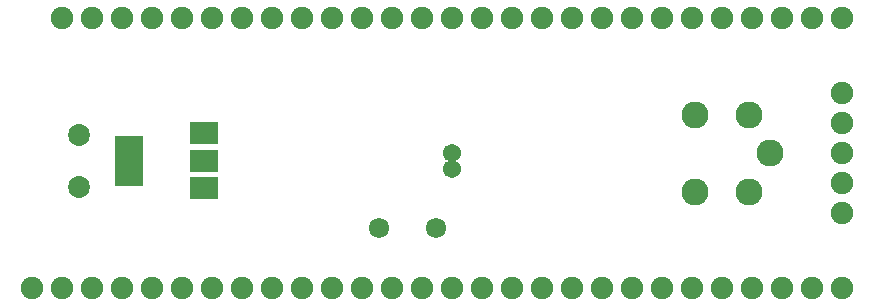
<source format=gbr>
G04 #@! TF.GenerationSoftware,KiCad,Pcbnew,(5.1.2)-2*
G04 #@! TF.CreationDate,2019-10-24T20:02:35-04:00*
G04 #@! TF.ProjectId,T32_ref,5433325f-7265-4662-9e6b-696361645f70,rev?*
G04 #@! TF.SameCoordinates,Original*
G04 #@! TF.FileFunction,Soldermask,Bot*
G04 #@! TF.FilePolarity,Negative*
%FSLAX46Y46*%
G04 Gerber Fmt 4.6, Leading zero omitted, Abs format (unit mm)*
G04 Created by KiCad (PCBNEW (5.1.2)-2) date 2019-10-24 20:02:35*
%MOMM*%
%LPD*%
G04 APERTURE LIST*
%ADD10C,1.720800*%
%ADD11C,1.543000*%
%ADD12C,2.279600*%
%ADD13C,1.857960*%
%ADD14C,1.898600*%
%ADD15R,2.400000X4.200000*%
%ADD16R,2.400000X1.900000*%
G04 APERTURE END LIST*
D10*
X148374100Y-111353600D03*
X143548100Y-111353600D03*
D11*
X149771100Y-106324400D03*
X149771100Y-104952800D03*
D12*
X170370500Y-108254800D03*
X170370500Y-101752400D03*
X174891700Y-108254800D03*
X174891700Y-101752400D03*
X176730660Y-105003600D03*
D13*
X118227100Y-103438960D03*
X118227100Y-107838240D03*
D14*
X116751100Y-93573600D03*
X119291100Y-93573600D03*
X121831100Y-93573600D03*
X124371100Y-93573600D03*
X134531100Y-93573600D03*
X137071100Y-93573600D03*
X139611100Y-93573600D03*
X142151100Y-93573600D03*
X144691100Y-93573600D03*
X147231100Y-93573600D03*
X149771100Y-93573600D03*
X131991100Y-93573600D03*
X152311100Y-93573600D03*
X129451100Y-93573600D03*
X154851100Y-93573600D03*
X126911100Y-93573600D03*
X157391100Y-93573600D03*
X159931100Y-93573600D03*
X159931100Y-116433600D03*
X157391100Y-116433600D03*
X154851100Y-116433600D03*
X152311100Y-116433600D03*
X149771100Y-116433600D03*
X147231100Y-116433600D03*
X144691100Y-116433600D03*
X142151100Y-116433600D03*
X139611100Y-116433600D03*
X137071100Y-116433600D03*
X134531100Y-116433600D03*
X131991100Y-116433600D03*
X129451100Y-116433600D03*
X126911100Y-116433600D03*
X162471100Y-93573600D03*
X165011100Y-93573600D03*
X167551100Y-93573600D03*
X170091100Y-93573600D03*
X172631100Y-93573600D03*
X182791100Y-99923600D03*
X175171100Y-93573600D03*
X182791100Y-102463600D03*
X177711100Y-93573600D03*
X182791100Y-105003600D03*
X177711100Y-116433600D03*
X182791100Y-107543600D03*
X175171100Y-116433600D03*
X182791100Y-110083600D03*
X172631100Y-116433600D03*
X170091100Y-116433600D03*
X167551100Y-116433600D03*
X165011100Y-116433600D03*
X162471100Y-116433600D03*
X180251100Y-116433600D03*
X114211100Y-116433600D03*
X180251100Y-93573600D03*
X182791100Y-93573600D03*
X124371100Y-116433600D03*
X121831100Y-116433600D03*
X119291100Y-116433600D03*
X116751100Y-116433600D03*
X182791100Y-116433600D03*
D15*
X122450000Y-105600000D03*
D16*
X128750000Y-105600000D03*
X128750000Y-107900000D03*
X128750000Y-103300000D03*
M02*

</source>
